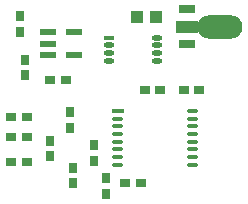
<source format=gtp>
%FSLAX23Y23*%
%MOIN*%
G70*
G01*
G75*
G04 Layer_Color=8421504*
G04 Layer_Color=8421504*
%ADD10R,0.028X0.035*%
%ADD11R,0.035X0.028*%
%ADD12R,0.043X0.039*%
%ADD13R,0.073X0.039*%
%ADD14O,0.150X0.079*%
%ADD15R,0.055X0.031*%
%ADD16R,0.057X0.022*%
%ADD17R,0.057X0.022*%
%ADD18R,0.035X0.017*%
%ADD19O,0.035X0.017*%
%ADD20R,0.040X0.012*%
%ADD21O,0.040X0.012*%
%ADD22C,0.009*%
%ADD23C,0.220*%
%ADD24C,0.059*%
%ADD25R,0.059X0.059*%
%ADD26C,0.060*%
%ADD27R,0.060X0.060*%
%ADD28C,0.024*%
%ADD29R,0.087X0.098*%
%ADD30R,0.087X0.098*%
%ADD31R,0.037X0.039*%
%ADD32C,0.004*%
%ADD33C,0.008*%
%ADD34C,0.010*%
%ADD35C,0.005*%
%ADD36C,0.006*%
%ADD37C,0.010*%
D10*
X-40Y-134D02*
D03*
Y-186D02*
D03*
X-120Y-24D02*
D03*
Y-76D02*
D03*
X-185Y-171D02*
D03*
Y-119D02*
D03*
X-270Y99D02*
D03*
Y151D02*
D03*
X-110Y-261D02*
D03*
Y-209D02*
D03*
X0Y-244D02*
D03*
Y-296D02*
D03*
X-285Y296D02*
D03*
Y244D02*
D03*
D11*
X-186Y85D02*
D03*
X-134D02*
D03*
X-264Y-105D02*
D03*
X-316D02*
D03*
X129Y50D02*
D03*
X181D02*
D03*
X311D02*
D03*
X259D02*
D03*
X-264Y-190D02*
D03*
X-316D02*
D03*
X64Y-260D02*
D03*
X116D02*
D03*
X-264Y-40D02*
D03*
X-316D02*
D03*
D12*
X168Y295D02*
D03*
X102D02*
D03*
D13*
X270Y261D02*
D03*
D14*
X380D02*
D03*
D15*
X270Y202D02*
D03*
Y320D02*
D03*
D16*
X-192Y242D02*
D03*
D17*
Y205D02*
D03*
Y168D02*
D03*
X-108D02*
D03*
Y242D02*
D03*
D18*
X10Y225D02*
D03*
D19*
Y199D02*
D03*
Y174D02*
D03*
Y148D02*
D03*
X171Y225D02*
D03*
Y199D02*
D03*
Y174D02*
D03*
Y148D02*
D03*
D20*
X40Y-20D02*
D03*
D21*
Y-46D02*
D03*
Y-71D02*
D03*
Y-97D02*
D03*
Y-122D02*
D03*
Y-148D02*
D03*
Y-174D02*
D03*
Y-199D02*
D03*
X290Y-20D02*
D03*
Y-46D02*
D03*
Y-71D02*
D03*
Y-97D02*
D03*
Y-122D02*
D03*
Y-148D02*
D03*
Y-174D02*
D03*
Y-199D02*
D03*
M02*

</source>
